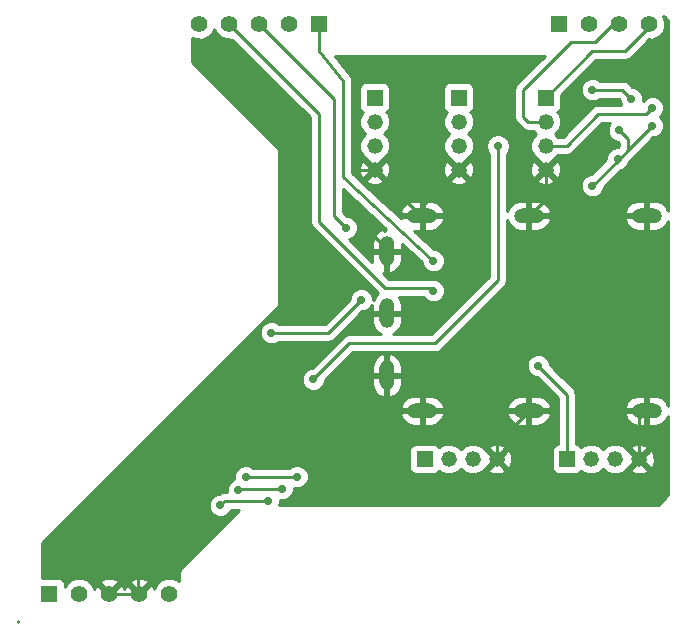
<source format=gbl>
G04 (created by PCBNEW (2013-05-16 BZR 4016)-stable) date 7/10/2013 01:08:46*
%MOIN*%
G04 Gerber Fmt 3.4, Leading zero omitted, Abs format*
%FSLAX34Y34*%
G01*
G70*
G90*
G04 APERTURE LIST*
%ADD10C,0.00590551*%
%ADD11R,0.055X0.055*%
%ADD12C,0.055*%
%ADD13O,0.05X0.1*%
%ADD14O,0.1X0.05*%
%ADD15C,0.052*%
%ADD16R,0.052X0.052*%
%ADD17C,0.028*%
%ADD18C,0.01*%
G04 APERTURE END LIST*
G54D10*
G54D11*
X90200Y-44800D03*
G54D12*
X89200Y-44800D03*
X88200Y-44800D03*
X87200Y-44800D03*
X86200Y-44800D03*
G54D11*
X98200Y-44800D03*
G54D12*
X99200Y-44800D03*
X100200Y-44800D03*
X101200Y-44800D03*
G54D11*
X81200Y-63800D03*
G54D12*
X82200Y-63800D03*
X83200Y-63800D03*
X84200Y-63800D03*
X85200Y-63800D03*
G54D13*
X92450Y-52380D03*
X92450Y-54450D03*
X92450Y-56520D03*
G54D14*
X93630Y-57700D03*
X97180Y-57700D03*
X101110Y-57700D03*
X93630Y-51200D03*
X97180Y-51200D03*
X101110Y-51200D03*
G54D15*
X92040Y-49660D03*
X92040Y-48860D03*
X92040Y-48060D03*
G54D16*
X92040Y-47260D03*
G54D15*
X100860Y-59310D03*
X100060Y-59310D03*
X99260Y-59310D03*
G54D16*
X98460Y-59310D03*
G54D15*
X97740Y-49660D03*
X97740Y-48860D03*
X97740Y-48060D03*
G54D16*
X97740Y-47260D03*
G54D15*
X96110Y-59310D03*
X95310Y-59310D03*
X94510Y-59310D03*
G54D16*
X93710Y-59310D03*
G54D15*
X94840Y-49660D03*
X94840Y-48860D03*
X94840Y-48060D03*
G54D16*
X94840Y-47260D03*
G54D17*
X100200Y-48350D03*
X100150Y-49300D03*
X99300Y-50200D03*
X101300Y-48200D03*
X88600Y-55100D03*
X91600Y-54000D03*
X96150Y-48875D03*
X90000Y-56650D03*
X89450Y-59900D03*
X87750Y-59900D03*
X101300Y-47600D03*
X94000Y-52700D03*
X97500Y-56200D03*
X91100Y-51600D03*
X94000Y-53700D03*
X99300Y-47000D03*
X100600Y-47300D03*
X91400Y-57700D03*
X99750Y-46250D03*
X91400Y-50800D03*
X91400Y-48200D03*
X84150Y-62000D03*
X88950Y-60300D03*
X87500Y-60350D03*
X88500Y-60700D03*
X86900Y-60850D03*
G54D18*
X100500Y-49000D02*
X100500Y-48650D01*
X100500Y-48650D02*
X100200Y-48350D01*
X100150Y-49300D02*
X100175Y-49325D01*
X101300Y-48200D02*
X100500Y-49000D01*
X100500Y-49000D02*
X100175Y-49325D01*
X100175Y-49325D02*
X99300Y-50200D01*
X90500Y-55100D02*
X88600Y-55100D01*
X91600Y-54000D02*
X90500Y-55100D01*
X96150Y-53350D02*
X96150Y-48875D01*
X94050Y-55450D02*
X96150Y-53350D01*
X91200Y-55450D02*
X94050Y-55450D01*
X90000Y-56650D02*
X91200Y-55450D01*
X89450Y-59900D02*
X87750Y-59900D01*
X98440Y-48860D02*
X97740Y-48860D01*
X99500Y-47800D02*
X98440Y-48860D01*
X101100Y-47800D02*
X99500Y-47800D01*
X101300Y-47600D02*
X101100Y-47800D01*
X97600Y-56300D02*
X97500Y-56200D01*
X90200Y-44800D02*
X90200Y-45700D01*
X91000Y-49900D02*
X94000Y-52700D01*
X91000Y-46700D02*
X91000Y-49900D01*
X90200Y-45700D02*
X91000Y-46700D01*
X98460Y-57160D02*
X98460Y-59310D01*
X97600Y-56300D02*
X98460Y-57160D01*
X90700Y-47300D02*
X88200Y-44800D01*
X90700Y-51200D02*
X90700Y-47300D01*
X91100Y-51600D02*
X90700Y-51200D01*
X90200Y-47800D02*
X87200Y-44800D01*
X90200Y-51400D02*
X90200Y-47800D01*
X92400Y-53600D02*
X90200Y-51400D01*
X93900Y-53600D02*
X92400Y-53600D01*
X94000Y-53700D02*
X93900Y-53600D01*
X100300Y-47000D02*
X99300Y-47000D01*
X100600Y-47300D02*
X100300Y-47000D01*
X101200Y-44800D02*
X101200Y-44900D01*
X99300Y-45700D02*
X97740Y-47260D01*
X100400Y-45700D02*
X99300Y-45700D01*
X101200Y-44900D02*
X100400Y-45700D01*
X100200Y-44800D02*
X100000Y-44800D01*
X97160Y-48060D02*
X97740Y-48060D01*
X97000Y-47900D02*
X97160Y-48060D01*
X97000Y-47000D02*
X97000Y-47900D01*
X98600Y-45400D02*
X97000Y-47000D01*
X99400Y-45400D02*
X98600Y-45400D01*
X100000Y-44800D02*
X99400Y-45400D01*
X92450Y-56520D02*
X92030Y-56520D01*
X91400Y-57150D02*
X91400Y-57700D01*
X92030Y-56520D02*
X91400Y-57150D01*
X101110Y-51200D02*
X101110Y-49740D01*
X101250Y-46250D02*
X99750Y-46250D01*
X101750Y-46750D02*
X101250Y-46250D01*
X101750Y-49100D02*
X101750Y-46750D01*
X101110Y-49740D02*
X101750Y-49100D01*
X91400Y-51250D02*
X91400Y-50800D01*
X91400Y-51250D02*
X92450Y-52300D01*
X92450Y-52380D02*
X92450Y-52300D01*
X91410Y-49660D02*
X92040Y-49660D01*
X91400Y-49650D02*
X91410Y-49660D01*
X91400Y-48200D02*
X91400Y-49650D01*
X93630Y-51200D02*
X93580Y-51200D01*
X93580Y-51200D02*
X92040Y-49660D01*
X93630Y-51200D02*
X93630Y-50870D01*
X93630Y-50870D02*
X94840Y-49660D01*
X101110Y-51200D02*
X97180Y-51200D01*
X97180Y-51200D02*
X97740Y-50640D01*
X97740Y-50640D02*
X97740Y-49660D01*
X100860Y-59310D02*
X100860Y-57950D01*
X100860Y-57950D02*
X101110Y-57700D01*
X96110Y-59310D02*
X96110Y-58770D01*
X96110Y-58770D02*
X97180Y-57700D01*
X84150Y-62000D02*
X84150Y-61150D01*
X84150Y-61150D02*
X87600Y-57700D01*
X87600Y-57700D02*
X91400Y-57700D01*
X91400Y-57700D02*
X97180Y-57700D01*
X83200Y-63800D02*
X84200Y-63800D01*
X84200Y-63800D02*
X84150Y-63750D01*
X84150Y-63750D02*
X84150Y-62000D01*
X87550Y-60300D02*
X88950Y-60300D01*
X87500Y-60350D02*
X87550Y-60300D01*
X87050Y-60700D02*
X88500Y-60700D01*
X86900Y-60850D02*
X87050Y-60700D01*
G54D10*
G36*
X80150Y-64700D02*
X80150Y-64750D01*
X80150Y-64700D01*
X80150Y-64700D01*
X80150Y-64700D01*
G37*
G54D18*
X80150Y-64700D02*
X80150Y-64750D01*
X80150Y-64700D01*
X80150Y-64700D01*
G54D10*
G36*
X101830Y-60488D02*
X101709Y-60609D01*
X101709Y-60609D01*
X101488Y-60830D01*
X101374Y-60830D01*
X101374Y-59382D01*
X101363Y-59179D01*
X101308Y-59046D01*
X101216Y-59023D01*
X101146Y-59094D01*
X101146Y-58953D01*
X101123Y-58861D01*
X101060Y-58839D01*
X101060Y-58200D01*
X101060Y-57750D01*
X101060Y-57650D01*
X101060Y-57200D01*
X101060Y-51700D01*
X101060Y-51250D01*
X101060Y-51150D01*
X101060Y-50700D01*
X100810Y-50700D01*
X100622Y-50757D01*
X100471Y-50881D01*
X100378Y-51054D01*
X100376Y-51072D01*
X100425Y-51150D01*
X101060Y-51150D01*
X101060Y-51250D01*
X100425Y-51250D01*
X100376Y-51327D01*
X100378Y-51345D01*
X100471Y-51518D01*
X100622Y-51642D01*
X100810Y-51700D01*
X101060Y-51700D01*
X101060Y-57200D01*
X100810Y-57200D01*
X100622Y-57257D01*
X100471Y-57381D01*
X100378Y-57554D01*
X100376Y-57572D01*
X100425Y-57650D01*
X101060Y-57650D01*
X101060Y-57750D01*
X100425Y-57750D01*
X100376Y-57827D01*
X100378Y-57845D01*
X100471Y-58018D01*
X100622Y-58142D01*
X100810Y-58200D01*
X101060Y-58200D01*
X101060Y-58839D01*
X100932Y-58795D01*
X100729Y-58806D01*
X100596Y-58861D01*
X100573Y-58953D01*
X100860Y-59239D01*
X101146Y-58953D01*
X101146Y-59094D01*
X100930Y-59310D01*
X101216Y-59596D01*
X101308Y-59573D01*
X101374Y-59382D01*
X101374Y-60830D01*
X101146Y-60830D01*
X101146Y-59666D01*
X100860Y-59380D01*
X100789Y-59451D01*
X100789Y-59310D01*
X100503Y-59023D01*
X100494Y-59025D01*
X100492Y-59021D01*
X100349Y-58877D01*
X100161Y-58800D01*
X99959Y-58799D01*
X99771Y-58877D01*
X99659Y-58988D01*
X99549Y-58877D01*
X99361Y-58800D01*
X99159Y-58799D01*
X98971Y-58877D01*
X98934Y-58914D01*
X98932Y-58908D01*
X98861Y-58838D01*
X98769Y-58800D01*
X98760Y-58800D01*
X98760Y-57160D01*
X98737Y-57045D01*
X98672Y-56947D01*
X98254Y-56530D01*
X98254Y-49732D01*
X98243Y-49529D01*
X98188Y-49396D01*
X98096Y-49373D01*
X97810Y-49660D01*
X98096Y-49946D01*
X98188Y-49923D01*
X98254Y-49732D01*
X98254Y-56530D01*
X98026Y-56301D01*
X98026Y-50016D01*
X97740Y-49730D01*
X97669Y-49801D01*
X97669Y-49660D01*
X97383Y-49373D01*
X97291Y-49396D01*
X97225Y-49587D01*
X97236Y-49790D01*
X97291Y-49923D01*
X97383Y-49946D01*
X97669Y-49660D01*
X97669Y-49801D01*
X97453Y-50016D01*
X97476Y-50108D01*
X97667Y-50174D01*
X97870Y-50163D01*
X98003Y-50108D01*
X98026Y-50016D01*
X98026Y-56301D01*
X97913Y-56189D01*
X97913Y-51327D01*
X97913Y-51072D01*
X97911Y-51054D01*
X97818Y-50881D01*
X97667Y-50757D01*
X97480Y-50700D01*
X97230Y-50700D01*
X97230Y-51150D01*
X97864Y-51150D01*
X97913Y-51072D01*
X97913Y-51327D01*
X97864Y-51250D01*
X97230Y-51250D01*
X97230Y-51700D01*
X97480Y-51700D01*
X97667Y-51642D01*
X97818Y-51518D01*
X97911Y-51345D01*
X97913Y-51327D01*
X97913Y-56189D01*
X97890Y-56165D01*
X97890Y-56122D01*
X97830Y-55979D01*
X97721Y-55869D01*
X97577Y-55810D01*
X97422Y-55809D01*
X97279Y-55869D01*
X97169Y-55978D01*
X97130Y-56074D01*
X97130Y-51700D01*
X97130Y-51250D01*
X97122Y-51250D01*
X97122Y-51150D01*
X97130Y-51150D01*
X97130Y-50700D01*
X96880Y-50700D01*
X96692Y-50757D01*
X96541Y-50881D01*
X96450Y-51052D01*
X96450Y-49126D01*
X96480Y-49096D01*
X96539Y-48952D01*
X96540Y-48797D01*
X96480Y-48654D01*
X96371Y-48544D01*
X96227Y-48485D01*
X96072Y-48484D01*
X95929Y-48544D01*
X95819Y-48653D01*
X95760Y-48797D01*
X95759Y-48952D01*
X95819Y-49095D01*
X95850Y-49126D01*
X95850Y-53225D01*
X95354Y-53720D01*
X95354Y-49732D01*
X95350Y-49647D01*
X95350Y-48759D01*
X95272Y-48571D01*
X95161Y-48459D01*
X95272Y-48349D01*
X95349Y-48161D01*
X95350Y-47959D01*
X95272Y-47771D01*
X95235Y-47734D01*
X95241Y-47732D01*
X95311Y-47661D01*
X95349Y-47569D01*
X95350Y-47470D01*
X95350Y-46950D01*
X95312Y-46858D01*
X95241Y-46788D01*
X95149Y-46750D01*
X95050Y-46749D01*
X94530Y-46749D01*
X94438Y-46787D01*
X94368Y-46858D01*
X94330Y-46950D01*
X94329Y-47049D01*
X94329Y-47569D01*
X94367Y-47661D01*
X94438Y-47731D01*
X94444Y-47734D01*
X94407Y-47770D01*
X94330Y-47958D01*
X94329Y-48161D01*
X94407Y-48348D01*
X94518Y-48460D01*
X94407Y-48570D01*
X94330Y-48758D01*
X94329Y-48961D01*
X94407Y-49148D01*
X94550Y-49292D01*
X94555Y-49294D01*
X94553Y-49303D01*
X94840Y-49589D01*
X95126Y-49303D01*
X95124Y-49294D01*
X95128Y-49292D01*
X95272Y-49149D01*
X95349Y-48961D01*
X95350Y-48759D01*
X95350Y-49647D01*
X95343Y-49529D01*
X95288Y-49396D01*
X95196Y-49373D01*
X94910Y-49660D01*
X95196Y-49946D01*
X95288Y-49923D01*
X95354Y-49732D01*
X95354Y-53720D01*
X95126Y-53949D01*
X95126Y-50016D01*
X94840Y-49730D01*
X94769Y-49801D01*
X94769Y-49660D01*
X94483Y-49373D01*
X94391Y-49396D01*
X94325Y-49587D01*
X94336Y-49790D01*
X94391Y-49923D01*
X94483Y-49946D01*
X94769Y-49660D01*
X94769Y-49801D01*
X94553Y-50016D01*
X94576Y-50108D01*
X94767Y-50174D01*
X94970Y-50163D01*
X95103Y-50108D01*
X95126Y-50016D01*
X95126Y-53949D01*
X93925Y-55150D01*
X92653Y-55150D01*
X92768Y-55088D01*
X92892Y-54937D01*
X92950Y-54750D01*
X92950Y-54500D01*
X92500Y-54500D01*
X92500Y-54507D01*
X92400Y-54507D01*
X92400Y-54500D01*
X91950Y-54500D01*
X91950Y-54750D01*
X92007Y-54937D01*
X92131Y-55088D01*
X92246Y-55150D01*
X91200Y-55150D01*
X91085Y-55172D01*
X90987Y-55237D01*
X89965Y-56259D01*
X89922Y-56259D01*
X89779Y-56319D01*
X89669Y-56428D01*
X89610Y-56572D01*
X89609Y-56727D01*
X89669Y-56870D01*
X89778Y-56980D01*
X89922Y-57039D01*
X90077Y-57040D01*
X90220Y-56980D01*
X90330Y-56871D01*
X90389Y-56727D01*
X90389Y-56684D01*
X91324Y-55750D01*
X94050Y-55750D01*
X94050Y-55749D01*
X94164Y-55727D01*
X94164Y-55727D01*
X94262Y-55662D01*
X96362Y-53562D01*
X96427Y-53464D01*
X96449Y-53350D01*
X96450Y-53350D01*
X96450Y-51347D01*
X96541Y-51518D01*
X96692Y-51642D01*
X96880Y-51700D01*
X97130Y-51700D01*
X97130Y-56074D01*
X97110Y-56122D01*
X97109Y-56277D01*
X97169Y-56420D01*
X97278Y-56530D01*
X97422Y-56589D01*
X97465Y-56589D01*
X98160Y-57284D01*
X98160Y-58799D01*
X98150Y-58799D01*
X98058Y-58837D01*
X97988Y-58908D01*
X97950Y-59000D01*
X97949Y-59099D01*
X97949Y-59619D01*
X97987Y-59711D01*
X98058Y-59781D01*
X98150Y-59819D01*
X98249Y-59820D01*
X98769Y-59820D01*
X98861Y-59782D01*
X98931Y-59711D01*
X98934Y-59705D01*
X98970Y-59742D01*
X99158Y-59819D01*
X99361Y-59820D01*
X99548Y-59742D01*
X99660Y-59631D01*
X99770Y-59742D01*
X99958Y-59819D01*
X100161Y-59820D01*
X100348Y-59742D01*
X100492Y-59599D01*
X100494Y-59594D01*
X100503Y-59596D01*
X100789Y-59310D01*
X100789Y-59451D01*
X100573Y-59666D01*
X100596Y-59758D01*
X100787Y-59824D01*
X100990Y-59813D01*
X101123Y-59758D01*
X101146Y-59666D01*
X101146Y-60830D01*
X97913Y-60830D01*
X97913Y-57827D01*
X97913Y-57572D01*
X97911Y-57554D01*
X97818Y-57381D01*
X97667Y-57257D01*
X97480Y-57200D01*
X97230Y-57200D01*
X97230Y-57650D01*
X97864Y-57650D01*
X97913Y-57572D01*
X97913Y-57827D01*
X97864Y-57750D01*
X97230Y-57750D01*
X97230Y-58200D01*
X97480Y-58200D01*
X97667Y-58142D01*
X97818Y-58018D01*
X97911Y-57845D01*
X97913Y-57827D01*
X97913Y-60830D01*
X97130Y-60830D01*
X97130Y-58200D01*
X97130Y-57750D01*
X97130Y-57650D01*
X97130Y-57200D01*
X96880Y-57200D01*
X96692Y-57257D01*
X96541Y-57381D01*
X96448Y-57554D01*
X96446Y-57572D01*
X96495Y-57650D01*
X97130Y-57650D01*
X97130Y-57750D01*
X96495Y-57750D01*
X96446Y-57827D01*
X96448Y-57845D01*
X96541Y-58018D01*
X96692Y-58142D01*
X96880Y-58200D01*
X97130Y-58200D01*
X97130Y-60830D01*
X96624Y-60830D01*
X96624Y-59382D01*
X96613Y-59179D01*
X96558Y-59046D01*
X96466Y-59023D01*
X96396Y-59094D01*
X96396Y-58953D01*
X96373Y-58861D01*
X96182Y-58795D01*
X95979Y-58806D01*
X95846Y-58861D01*
X95823Y-58953D01*
X96110Y-59239D01*
X96396Y-58953D01*
X96396Y-59094D01*
X96180Y-59310D01*
X96466Y-59596D01*
X96558Y-59573D01*
X96624Y-59382D01*
X96624Y-60830D01*
X96396Y-60830D01*
X96396Y-59666D01*
X96110Y-59380D01*
X96039Y-59451D01*
X96039Y-59310D01*
X95753Y-59023D01*
X95744Y-59025D01*
X95742Y-59021D01*
X95599Y-58877D01*
X95411Y-58800D01*
X95209Y-58799D01*
X95021Y-58877D01*
X94909Y-58988D01*
X94799Y-58877D01*
X94611Y-58800D01*
X94409Y-58799D01*
X94363Y-58818D01*
X94363Y-57827D01*
X94363Y-57572D01*
X94361Y-57554D01*
X94268Y-57381D01*
X94117Y-57257D01*
X93930Y-57200D01*
X93680Y-57200D01*
X93680Y-57650D01*
X94314Y-57650D01*
X94363Y-57572D01*
X94363Y-57827D01*
X94314Y-57750D01*
X93680Y-57750D01*
X93680Y-58200D01*
X93930Y-58200D01*
X94117Y-58142D01*
X94268Y-58018D01*
X94361Y-57845D01*
X94363Y-57827D01*
X94363Y-58818D01*
X94221Y-58877D01*
X94184Y-58914D01*
X94182Y-58908D01*
X94111Y-58838D01*
X94019Y-58800D01*
X93920Y-58799D01*
X93580Y-58799D01*
X93580Y-58200D01*
X93580Y-57750D01*
X93580Y-57650D01*
X93580Y-57200D01*
X93330Y-57200D01*
X93142Y-57257D01*
X92991Y-57381D01*
X92950Y-57458D01*
X92950Y-56820D01*
X92950Y-56570D01*
X92950Y-56470D01*
X92950Y-56220D01*
X92892Y-56032D01*
X92768Y-55881D01*
X92595Y-55788D01*
X92577Y-55786D01*
X92500Y-55835D01*
X92500Y-56470D01*
X92950Y-56470D01*
X92950Y-56570D01*
X92500Y-56570D01*
X92500Y-57204D01*
X92577Y-57253D01*
X92595Y-57251D01*
X92768Y-57158D01*
X92892Y-57007D01*
X92950Y-56820D01*
X92950Y-57458D01*
X92898Y-57554D01*
X92896Y-57572D01*
X92945Y-57650D01*
X93580Y-57650D01*
X93580Y-57750D01*
X92945Y-57750D01*
X92896Y-57827D01*
X92898Y-57845D01*
X92991Y-58018D01*
X93142Y-58142D01*
X93330Y-58200D01*
X93580Y-58200D01*
X93580Y-58799D01*
X93400Y-58799D01*
X93308Y-58837D01*
X93238Y-58908D01*
X93200Y-59000D01*
X93199Y-59099D01*
X93199Y-59619D01*
X93237Y-59711D01*
X93308Y-59781D01*
X93400Y-59819D01*
X93499Y-59820D01*
X94019Y-59820D01*
X94111Y-59782D01*
X94181Y-59711D01*
X94184Y-59705D01*
X94220Y-59742D01*
X94408Y-59819D01*
X94611Y-59820D01*
X94798Y-59742D01*
X94910Y-59631D01*
X95020Y-59742D01*
X95208Y-59819D01*
X95411Y-59820D01*
X95598Y-59742D01*
X95742Y-59599D01*
X95744Y-59594D01*
X95753Y-59596D01*
X96039Y-59310D01*
X96039Y-59451D01*
X95823Y-59666D01*
X95846Y-59758D01*
X96037Y-59824D01*
X96240Y-59813D01*
X96373Y-59758D01*
X96396Y-59666D01*
X96396Y-60830D01*
X92400Y-60830D01*
X92400Y-57204D01*
X92400Y-56570D01*
X92400Y-56470D01*
X92400Y-55835D01*
X92322Y-55786D01*
X92304Y-55788D01*
X92131Y-55881D01*
X92007Y-56032D01*
X91950Y-56220D01*
X91950Y-56470D01*
X92400Y-56470D01*
X92400Y-56570D01*
X91950Y-56570D01*
X91950Y-56820D01*
X92007Y-57007D01*
X92131Y-57158D01*
X92304Y-57251D01*
X92322Y-57253D01*
X92400Y-57204D01*
X92400Y-60830D01*
X90600Y-60830D01*
X88868Y-60830D01*
X88889Y-60777D01*
X88890Y-60689D01*
X89027Y-60690D01*
X89170Y-60630D01*
X89280Y-60521D01*
X89339Y-60377D01*
X89340Y-60276D01*
X89372Y-60289D01*
X89527Y-60290D01*
X89670Y-60230D01*
X89780Y-60121D01*
X89839Y-59977D01*
X89840Y-59822D01*
X89780Y-59679D01*
X89671Y-59569D01*
X89527Y-59510D01*
X89372Y-59509D01*
X89229Y-59569D01*
X89198Y-59600D01*
X88001Y-59600D01*
X87971Y-59569D01*
X87827Y-59510D01*
X87672Y-59509D01*
X87529Y-59569D01*
X87419Y-59678D01*
X87360Y-59822D01*
X87359Y-59977D01*
X87362Y-59984D01*
X87279Y-60019D01*
X87169Y-60128D01*
X87110Y-60272D01*
X87109Y-60400D01*
X87050Y-60400D01*
X86935Y-60422D01*
X86879Y-60459D01*
X86822Y-60459D01*
X86679Y-60519D01*
X86569Y-60628D01*
X86510Y-60772D01*
X86509Y-60927D01*
X86569Y-61070D01*
X86678Y-61180D01*
X86822Y-61239D01*
X86977Y-61240D01*
X87120Y-61180D01*
X87230Y-61071D01*
X87260Y-61000D01*
X87518Y-61000D01*
X85609Y-62909D01*
X85550Y-62996D01*
X85530Y-63100D01*
X85530Y-63387D01*
X85497Y-63355D01*
X85304Y-63275D01*
X85096Y-63274D01*
X84903Y-63354D01*
X84755Y-63502D01*
X84702Y-63628D01*
X84660Y-63527D01*
X84567Y-63502D01*
X84497Y-63573D01*
X84497Y-63432D01*
X84472Y-63339D01*
X84275Y-63270D01*
X84067Y-63281D01*
X83927Y-63339D01*
X83902Y-63432D01*
X84200Y-63729D01*
X84497Y-63432D01*
X84497Y-63573D01*
X84270Y-63800D01*
X84276Y-63805D01*
X84205Y-63876D01*
X84200Y-63870D01*
X84194Y-63876D01*
X84129Y-63811D01*
X84123Y-63805D01*
X84129Y-63800D01*
X83832Y-63502D01*
X83739Y-63527D01*
X83703Y-63630D01*
X83660Y-63527D01*
X83567Y-63502D01*
X83497Y-63573D01*
X83497Y-63432D01*
X83472Y-63339D01*
X83275Y-63270D01*
X83067Y-63281D01*
X82927Y-63339D01*
X82902Y-63432D01*
X83200Y-63729D01*
X83497Y-63432D01*
X83497Y-63573D01*
X83270Y-63800D01*
X83276Y-63805D01*
X83205Y-63876D01*
X83200Y-63870D01*
X83194Y-63876D01*
X83123Y-63805D01*
X83129Y-63800D01*
X82832Y-63502D01*
X82739Y-63527D01*
X82700Y-63637D01*
X82645Y-63503D01*
X82497Y-63355D01*
X82304Y-63275D01*
X82096Y-63274D01*
X81903Y-63354D01*
X81755Y-63502D01*
X81725Y-63574D01*
X81725Y-63475D01*
X81687Y-63383D01*
X81616Y-63313D01*
X81524Y-63275D01*
X81425Y-63274D01*
X80969Y-63274D01*
X80969Y-62111D01*
X88790Y-54290D01*
X88849Y-54203D01*
X88869Y-54100D01*
X88869Y-49100D01*
X88849Y-48996D01*
X88790Y-48909D01*
X85969Y-46088D01*
X85969Y-45272D01*
X86095Y-45324D01*
X86303Y-45325D01*
X86497Y-45245D01*
X86644Y-45097D01*
X86700Y-44964D01*
X86754Y-45097D01*
X86902Y-45244D01*
X87095Y-45324D01*
X87300Y-45325D01*
X89900Y-47924D01*
X89900Y-51400D01*
X89922Y-51514D01*
X89987Y-51612D01*
X92167Y-53791D01*
X92131Y-53811D01*
X92007Y-53962D01*
X91989Y-54018D01*
X91990Y-53922D01*
X91930Y-53779D01*
X91821Y-53669D01*
X91677Y-53610D01*
X91522Y-53609D01*
X91379Y-53669D01*
X91269Y-53778D01*
X91210Y-53922D01*
X91210Y-53965D01*
X90375Y-54800D01*
X88851Y-54800D01*
X88821Y-54769D01*
X88677Y-54710D01*
X88522Y-54709D01*
X88379Y-54769D01*
X88269Y-54878D01*
X88210Y-55022D01*
X88209Y-55177D01*
X88269Y-55320D01*
X88378Y-55430D01*
X88522Y-55489D01*
X88677Y-55490D01*
X88820Y-55430D01*
X88851Y-55400D01*
X90500Y-55400D01*
X90500Y-55399D01*
X90614Y-55377D01*
X90614Y-55377D01*
X90712Y-55312D01*
X91634Y-54390D01*
X91677Y-54390D01*
X91820Y-54330D01*
X91930Y-54221D01*
X91950Y-54174D01*
X91950Y-54400D01*
X92400Y-54400D01*
X92400Y-54392D01*
X92500Y-54392D01*
X92500Y-54400D01*
X92950Y-54400D01*
X92950Y-54150D01*
X92892Y-53962D01*
X92841Y-53900D01*
X93660Y-53900D01*
X93669Y-53920D01*
X93778Y-54030D01*
X93922Y-54089D01*
X94077Y-54090D01*
X94220Y-54030D01*
X94330Y-53921D01*
X94389Y-53777D01*
X94390Y-53622D01*
X94330Y-53479D01*
X94221Y-53369D01*
X94077Y-53310D01*
X93950Y-53309D01*
X93900Y-53300D01*
X92950Y-53300D01*
X92950Y-52680D01*
X92950Y-52430D01*
X92500Y-52430D01*
X92500Y-53064D01*
X92577Y-53113D01*
X92595Y-53111D01*
X92768Y-53018D01*
X92892Y-52867D01*
X92950Y-52680D01*
X92950Y-53300D01*
X92524Y-53300D01*
X92331Y-53107D01*
X92400Y-53064D01*
X92400Y-52430D01*
X91950Y-52430D01*
X91950Y-52680D01*
X91970Y-52745D01*
X91203Y-51979D01*
X91320Y-51930D01*
X91430Y-51821D01*
X91489Y-51677D01*
X91490Y-51522D01*
X91430Y-51379D01*
X91321Y-51269D01*
X91177Y-51210D01*
X91134Y-51210D01*
X91000Y-51075D01*
X91000Y-50310D01*
X92415Y-51630D01*
X92399Y-51630D01*
X92399Y-51695D01*
X92322Y-51646D01*
X92304Y-51648D01*
X92131Y-51741D01*
X92007Y-51892D01*
X91950Y-52080D01*
X91950Y-52330D01*
X92400Y-52330D01*
X92400Y-52322D01*
X92500Y-52322D01*
X92500Y-52330D01*
X92950Y-52330D01*
X92950Y-52128D01*
X93609Y-52744D01*
X93609Y-52777D01*
X93669Y-52920D01*
X93778Y-53030D01*
X93922Y-53089D01*
X94077Y-53090D01*
X94220Y-53030D01*
X94330Y-52921D01*
X94389Y-52777D01*
X94390Y-52622D01*
X94363Y-52558D01*
X94363Y-51327D01*
X94363Y-51072D01*
X94361Y-51054D01*
X94268Y-50881D01*
X94117Y-50757D01*
X93930Y-50700D01*
X93680Y-50700D01*
X93680Y-51150D01*
X94314Y-51150D01*
X94363Y-51072D01*
X94363Y-51327D01*
X94314Y-51250D01*
X93680Y-51250D01*
X93680Y-51700D01*
X93930Y-51700D01*
X94117Y-51642D01*
X94268Y-51518D01*
X94361Y-51345D01*
X94363Y-51327D01*
X94363Y-52558D01*
X94330Y-52479D01*
X94221Y-52369D01*
X94077Y-52310D01*
X94024Y-52310D01*
X93370Y-51700D01*
X93580Y-51700D01*
X93580Y-51250D01*
X93580Y-51150D01*
X93580Y-50700D01*
X93330Y-50700D01*
X93142Y-50757D01*
X92991Y-50881D01*
X92898Y-51054D01*
X92896Y-51072D01*
X92945Y-51150D01*
X93580Y-51150D01*
X93580Y-51250D01*
X92945Y-51250D01*
X92923Y-51283D01*
X92554Y-50939D01*
X92554Y-49732D01*
X92550Y-49647D01*
X92550Y-48759D01*
X92472Y-48571D01*
X92361Y-48459D01*
X92472Y-48349D01*
X92549Y-48161D01*
X92550Y-47959D01*
X92472Y-47771D01*
X92435Y-47734D01*
X92441Y-47732D01*
X92511Y-47661D01*
X92549Y-47569D01*
X92550Y-47470D01*
X92550Y-46950D01*
X92512Y-46858D01*
X92441Y-46788D01*
X92349Y-46750D01*
X92250Y-46749D01*
X91730Y-46749D01*
X91638Y-46787D01*
X91568Y-46858D01*
X91530Y-46950D01*
X91529Y-47049D01*
X91529Y-47569D01*
X91567Y-47661D01*
X91638Y-47731D01*
X91644Y-47734D01*
X91607Y-47770D01*
X91530Y-47958D01*
X91529Y-48161D01*
X91607Y-48348D01*
X91718Y-48460D01*
X91607Y-48570D01*
X91530Y-48758D01*
X91529Y-48961D01*
X91607Y-49148D01*
X91750Y-49292D01*
X91755Y-49294D01*
X91753Y-49303D01*
X92040Y-49589D01*
X92326Y-49303D01*
X92324Y-49294D01*
X92328Y-49292D01*
X92472Y-49149D01*
X92549Y-48961D01*
X92550Y-48759D01*
X92550Y-49647D01*
X92543Y-49529D01*
X92488Y-49396D01*
X92396Y-49373D01*
X92110Y-49660D01*
X92396Y-49946D01*
X92488Y-49923D01*
X92554Y-49732D01*
X92554Y-50939D01*
X92326Y-50726D01*
X92326Y-50016D01*
X92040Y-49730D01*
X91969Y-49801D01*
X91969Y-49660D01*
X91683Y-49373D01*
X91591Y-49396D01*
X91525Y-49587D01*
X91536Y-49790D01*
X91591Y-49923D01*
X91683Y-49946D01*
X91969Y-49660D01*
X91969Y-49801D01*
X91753Y-50016D01*
X91776Y-50108D01*
X91967Y-50174D01*
X92170Y-50163D01*
X92303Y-50108D01*
X92326Y-50016D01*
X92326Y-50726D01*
X91300Y-49769D01*
X91300Y-46700D01*
X91293Y-46665D01*
X91288Y-46615D01*
X91279Y-46598D01*
X91277Y-46585D01*
X91258Y-46556D01*
X91234Y-46511D01*
X90720Y-45869D01*
X97700Y-45869D01*
X97707Y-45868D01*
X96787Y-46787D01*
X96722Y-46885D01*
X96700Y-47000D01*
X96700Y-47900D01*
X96722Y-48014D01*
X96787Y-48112D01*
X96947Y-48272D01*
X96947Y-48272D01*
X97045Y-48337D01*
X97160Y-48360D01*
X97318Y-48360D01*
X97418Y-48460D01*
X97307Y-48570D01*
X97230Y-48758D01*
X97229Y-48961D01*
X97307Y-49148D01*
X97450Y-49292D01*
X97455Y-49294D01*
X97453Y-49303D01*
X97740Y-49589D01*
X98026Y-49303D01*
X98024Y-49294D01*
X98028Y-49292D01*
X98161Y-49160D01*
X98440Y-49160D01*
X98440Y-49159D01*
X98554Y-49137D01*
X98554Y-49137D01*
X98652Y-49072D01*
X99624Y-48100D01*
X99898Y-48100D01*
X99869Y-48128D01*
X99810Y-48272D01*
X99809Y-48427D01*
X99869Y-48570D01*
X99978Y-48680D01*
X100122Y-48739D01*
X100165Y-48739D01*
X100200Y-48774D01*
X100200Y-48875D01*
X100165Y-48910D01*
X100072Y-48909D01*
X99929Y-48969D01*
X99819Y-49078D01*
X99760Y-49222D01*
X99759Y-49315D01*
X99265Y-49809D01*
X99222Y-49809D01*
X99079Y-49869D01*
X98969Y-49978D01*
X98910Y-50122D01*
X98909Y-50277D01*
X98969Y-50420D01*
X99078Y-50530D01*
X99222Y-50589D01*
X99377Y-50590D01*
X99520Y-50530D01*
X99630Y-50421D01*
X99689Y-50277D01*
X99689Y-50234D01*
X100239Y-49685D01*
X100370Y-49630D01*
X100480Y-49521D01*
X100535Y-49388D01*
X100712Y-49212D01*
X100712Y-49212D01*
X100712Y-49212D01*
X101334Y-48590D01*
X101377Y-48590D01*
X101520Y-48530D01*
X101630Y-48421D01*
X101689Y-48277D01*
X101690Y-48122D01*
X101630Y-47979D01*
X101551Y-47899D01*
X101630Y-47821D01*
X101689Y-47677D01*
X101690Y-47522D01*
X101630Y-47379D01*
X101521Y-47269D01*
X101377Y-47210D01*
X101222Y-47209D01*
X101079Y-47269D01*
X100989Y-47358D01*
X100990Y-47222D01*
X100930Y-47079D01*
X100821Y-46969D01*
X100677Y-46910D01*
X100634Y-46910D01*
X100512Y-46787D01*
X100414Y-46722D01*
X100300Y-46700D01*
X99551Y-46700D01*
X99521Y-46669D01*
X99377Y-46610D01*
X99222Y-46609D01*
X99079Y-46669D01*
X98969Y-46778D01*
X98910Y-46922D01*
X98909Y-47077D01*
X98969Y-47220D01*
X99078Y-47330D01*
X99222Y-47389D01*
X99377Y-47390D01*
X99520Y-47330D01*
X99551Y-47300D01*
X100175Y-47300D01*
X100209Y-47334D01*
X100209Y-47377D01*
X100260Y-47500D01*
X99500Y-47500D01*
X99385Y-47522D01*
X99287Y-47587D01*
X98315Y-48560D01*
X98161Y-48560D01*
X98061Y-48459D01*
X98172Y-48349D01*
X98249Y-48161D01*
X98250Y-47959D01*
X98172Y-47771D01*
X98135Y-47734D01*
X98141Y-47732D01*
X98211Y-47661D01*
X98249Y-47569D01*
X98250Y-47470D01*
X98250Y-47174D01*
X99424Y-46000D01*
X100400Y-46000D01*
X100400Y-45999D01*
X100514Y-45977D01*
X100514Y-45977D01*
X100612Y-45912D01*
X101199Y-45324D01*
X101303Y-45325D01*
X101497Y-45245D01*
X101644Y-45097D01*
X101724Y-44904D01*
X101725Y-44696D01*
X101662Y-44543D01*
X101709Y-44590D01*
X101830Y-44711D01*
X101830Y-51034D01*
X101748Y-50881D01*
X101597Y-50757D01*
X101410Y-50700D01*
X101160Y-50700D01*
X101160Y-51150D01*
X101167Y-51150D01*
X101167Y-51250D01*
X101160Y-51250D01*
X101160Y-51700D01*
X101410Y-51700D01*
X101597Y-51642D01*
X101748Y-51518D01*
X101830Y-51365D01*
X101830Y-57534D01*
X101748Y-57381D01*
X101597Y-57257D01*
X101410Y-57200D01*
X101160Y-57200D01*
X101160Y-57650D01*
X101167Y-57650D01*
X101167Y-57750D01*
X101160Y-57750D01*
X101160Y-58200D01*
X101410Y-58200D01*
X101597Y-58142D01*
X101748Y-58018D01*
X101830Y-57865D01*
X101830Y-60488D01*
X101830Y-60488D01*
G37*
G54D18*
X101830Y-60488D02*
X101709Y-60609D01*
X101709Y-60609D01*
X101488Y-60830D01*
X101374Y-60830D01*
X101374Y-59382D01*
X101363Y-59179D01*
X101308Y-59046D01*
X101216Y-59023D01*
X101146Y-59094D01*
X101146Y-58953D01*
X101123Y-58861D01*
X101060Y-58839D01*
X101060Y-58200D01*
X101060Y-57750D01*
X101060Y-57650D01*
X101060Y-57200D01*
X101060Y-51700D01*
X101060Y-51250D01*
X101060Y-51150D01*
X101060Y-50700D01*
X100810Y-50700D01*
X100622Y-50757D01*
X100471Y-50881D01*
X100378Y-51054D01*
X100376Y-51072D01*
X100425Y-51150D01*
X101060Y-51150D01*
X101060Y-51250D01*
X100425Y-51250D01*
X100376Y-51327D01*
X100378Y-51345D01*
X100471Y-51518D01*
X100622Y-51642D01*
X100810Y-51700D01*
X101060Y-51700D01*
X101060Y-57200D01*
X100810Y-57200D01*
X100622Y-57257D01*
X100471Y-57381D01*
X100378Y-57554D01*
X100376Y-57572D01*
X100425Y-57650D01*
X101060Y-57650D01*
X101060Y-57750D01*
X100425Y-57750D01*
X100376Y-57827D01*
X100378Y-57845D01*
X100471Y-58018D01*
X100622Y-58142D01*
X100810Y-58200D01*
X101060Y-58200D01*
X101060Y-58839D01*
X100932Y-58795D01*
X100729Y-58806D01*
X100596Y-58861D01*
X100573Y-58953D01*
X100860Y-59239D01*
X101146Y-58953D01*
X101146Y-59094D01*
X100930Y-59310D01*
X101216Y-59596D01*
X101308Y-59573D01*
X101374Y-59382D01*
X101374Y-60830D01*
X101146Y-60830D01*
X101146Y-59666D01*
X100860Y-59380D01*
X100789Y-59451D01*
X100789Y-59310D01*
X100503Y-59023D01*
X100494Y-59025D01*
X100492Y-59021D01*
X100349Y-58877D01*
X100161Y-58800D01*
X99959Y-58799D01*
X99771Y-58877D01*
X99659Y-58988D01*
X99549Y-58877D01*
X99361Y-58800D01*
X99159Y-58799D01*
X98971Y-58877D01*
X98934Y-58914D01*
X98932Y-58908D01*
X98861Y-58838D01*
X98769Y-58800D01*
X98760Y-58800D01*
X98760Y-57160D01*
X98737Y-57045D01*
X98672Y-56947D01*
X98254Y-56530D01*
X98254Y-49732D01*
X98243Y-49529D01*
X98188Y-49396D01*
X98096Y-49373D01*
X97810Y-49660D01*
X98096Y-49946D01*
X98188Y-49923D01*
X98254Y-49732D01*
X98254Y-56530D01*
X98026Y-56301D01*
X98026Y-50016D01*
X97740Y-49730D01*
X97669Y-49801D01*
X97669Y-49660D01*
X97383Y-49373D01*
X97291Y-49396D01*
X97225Y-49587D01*
X97236Y-49790D01*
X97291Y-49923D01*
X97383Y-49946D01*
X97669Y-49660D01*
X97669Y-49801D01*
X97453Y-50016D01*
X97476Y-50108D01*
X97667Y-50174D01*
X97870Y-50163D01*
X98003Y-50108D01*
X98026Y-50016D01*
X98026Y-56301D01*
X97913Y-56189D01*
X97913Y-51327D01*
X97913Y-51072D01*
X97911Y-51054D01*
X97818Y-50881D01*
X97667Y-50757D01*
X97480Y-50700D01*
X97230Y-50700D01*
X97230Y-51150D01*
X97864Y-51150D01*
X97913Y-51072D01*
X97913Y-51327D01*
X97864Y-51250D01*
X97230Y-51250D01*
X97230Y-51700D01*
X97480Y-51700D01*
X97667Y-51642D01*
X97818Y-51518D01*
X97911Y-51345D01*
X97913Y-51327D01*
X97913Y-56189D01*
X97890Y-56165D01*
X97890Y-56122D01*
X97830Y-55979D01*
X97721Y-55869D01*
X97577Y-55810D01*
X97422Y-55809D01*
X97279Y-55869D01*
X97169Y-55978D01*
X97130Y-56074D01*
X97130Y-51700D01*
X97130Y-51250D01*
X97122Y-51250D01*
X97122Y-51150D01*
X97130Y-51150D01*
X97130Y-50700D01*
X96880Y-50700D01*
X96692Y-50757D01*
X96541Y-50881D01*
X96450Y-51052D01*
X96450Y-49126D01*
X96480Y-49096D01*
X96539Y-48952D01*
X96540Y-48797D01*
X96480Y-48654D01*
X96371Y-48544D01*
X96227Y-48485D01*
X96072Y-48484D01*
X95929Y-48544D01*
X95819Y-48653D01*
X95760Y-48797D01*
X95759Y-48952D01*
X95819Y-49095D01*
X95850Y-49126D01*
X95850Y-53225D01*
X95354Y-53720D01*
X95354Y-49732D01*
X95350Y-49647D01*
X95350Y-48759D01*
X95272Y-48571D01*
X95161Y-48459D01*
X95272Y-48349D01*
X95349Y-48161D01*
X95350Y-47959D01*
X95272Y-47771D01*
X95235Y-47734D01*
X95241Y-47732D01*
X95311Y-47661D01*
X95349Y-47569D01*
X95350Y-47470D01*
X95350Y-46950D01*
X95312Y-46858D01*
X95241Y-46788D01*
X95149Y-46750D01*
X95050Y-46749D01*
X94530Y-46749D01*
X94438Y-46787D01*
X94368Y-46858D01*
X94330Y-46950D01*
X94329Y-47049D01*
X94329Y-47569D01*
X94367Y-47661D01*
X94438Y-47731D01*
X94444Y-47734D01*
X94407Y-47770D01*
X94330Y-47958D01*
X94329Y-48161D01*
X94407Y-48348D01*
X94518Y-48460D01*
X94407Y-48570D01*
X94330Y-48758D01*
X94329Y-48961D01*
X94407Y-49148D01*
X94550Y-49292D01*
X94555Y-49294D01*
X94553Y-49303D01*
X94840Y-49589D01*
X95126Y-49303D01*
X95124Y-49294D01*
X95128Y-49292D01*
X95272Y-49149D01*
X95349Y-48961D01*
X95350Y-48759D01*
X95350Y-49647D01*
X95343Y-49529D01*
X95288Y-49396D01*
X95196Y-49373D01*
X94910Y-49660D01*
X95196Y-49946D01*
X95288Y-49923D01*
X95354Y-49732D01*
X95354Y-53720D01*
X95126Y-53949D01*
X95126Y-50016D01*
X94840Y-49730D01*
X94769Y-49801D01*
X94769Y-49660D01*
X94483Y-49373D01*
X94391Y-49396D01*
X94325Y-49587D01*
X94336Y-49790D01*
X94391Y-49923D01*
X94483Y-49946D01*
X94769Y-49660D01*
X94769Y-49801D01*
X94553Y-50016D01*
X94576Y-50108D01*
X94767Y-50174D01*
X94970Y-50163D01*
X95103Y-50108D01*
X95126Y-50016D01*
X95126Y-53949D01*
X93925Y-55150D01*
X92653Y-55150D01*
X92768Y-55088D01*
X92892Y-54937D01*
X92950Y-54750D01*
X92950Y-54500D01*
X92500Y-54500D01*
X92500Y-54507D01*
X92400Y-54507D01*
X92400Y-54500D01*
X91950Y-54500D01*
X91950Y-54750D01*
X92007Y-54937D01*
X92131Y-55088D01*
X92246Y-55150D01*
X91200Y-55150D01*
X91085Y-55172D01*
X90987Y-55237D01*
X89965Y-56259D01*
X89922Y-56259D01*
X89779Y-56319D01*
X89669Y-56428D01*
X89610Y-56572D01*
X89609Y-56727D01*
X89669Y-56870D01*
X89778Y-56980D01*
X89922Y-57039D01*
X90077Y-57040D01*
X90220Y-56980D01*
X90330Y-56871D01*
X90389Y-56727D01*
X90389Y-56684D01*
X91324Y-55750D01*
X94050Y-55750D01*
X94050Y-55749D01*
X94164Y-55727D01*
X94164Y-55727D01*
X94262Y-55662D01*
X96362Y-53562D01*
X96427Y-53464D01*
X96449Y-53350D01*
X96450Y-53350D01*
X96450Y-51347D01*
X96541Y-51518D01*
X96692Y-51642D01*
X96880Y-51700D01*
X97130Y-51700D01*
X97130Y-56074D01*
X97110Y-56122D01*
X97109Y-56277D01*
X97169Y-56420D01*
X97278Y-56530D01*
X97422Y-56589D01*
X97465Y-56589D01*
X98160Y-57284D01*
X98160Y-58799D01*
X98150Y-58799D01*
X98058Y-58837D01*
X97988Y-58908D01*
X97950Y-59000D01*
X97949Y-59099D01*
X97949Y-59619D01*
X97987Y-59711D01*
X98058Y-59781D01*
X98150Y-59819D01*
X98249Y-59820D01*
X98769Y-59820D01*
X98861Y-59782D01*
X98931Y-59711D01*
X98934Y-59705D01*
X98970Y-59742D01*
X99158Y-59819D01*
X99361Y-59820D01*
X99548Y-59742D01*
X99660Y-59631D01*
X99770Y-59742D01*
X99958Y-59819D01*
X100161Y-59820D01*
X100348Y-59742D01*
X100492Y-59599D01*
X100494Y-59594D01*
X100503Y-59596D01*
X100789Y-59310D01*
X100789Y-59451D01*
X100573Y-59666D01*
X100596Y-59758D01*
X100787Y-59824D01*
X100990Y-59813D01*
X101123Y-59758D01*
X101146Y-59666D01*
X101146Y-60830D01*
X97913Y-60830D01*
X97913Y-57827D01*
X97913Y-57572D01*
X97911Y-57554D01*
X97818Y-57381D01*
X97667Y-57257D01*
X97480Y-57200D01*
X97230Y-57200D01*
X97230Y-57650D01*
X97864Y-57650D01*
X97913Y-57572D01*
X97913Y-57827D01*
X97864Y-57750D01*
X97230Y-57750D01*
X97230Y-58200D01*
X97480Y-58200D01*
X97667Y-58142D01*
X97818Y-58018D01*
X97911Y-57845D01*
X97913Y-57827D01*
X97913Y-60830D01*
X97130Y-60830D01*
X97130Y-58200D01*
X97130Y-57750D01*
X97130Y-57650D01*
X97130Y-57200D01*
X96880Y-57200D01*
X96692Y-57257D01*
X96541Y-57381D01*
X96448Y-57554D01*
X96446Y-57572D01*
X96495Y-57650D01*
X97130Y-57650D01*
X97130Y-57750D01*
X96495Y-57750D01*
X96446Y-57827D01*
X96448Y-57845D01*
X96541Y-58018D01*
X96692Y-58142D01*
X96880Y-58200D01*
X97130Y-58200D01*
X97130Y-60830D01*
X96624Y-60830D01*
X96624Y-59382D01*
X96613Y-59179D01*
X96558Y-59046D01*
X96466Y-59023D01*
X96396Y-59094D01*
X96396Y-58953D01*
X96373Y-58861D01*
X96182Y-58795D01*
X95979Y-58806D01*
X95846Y-58861D01*
X95823Y-58953D01*
X96110Y-59239D01*
X96396Y-58953D01*
X96396Y-59094D01*
X96180Y-59310D01*
X96466Y-59596D01*
X96558Y-59573D01*
X96624Y-59382D01*
X96624Y-60830D01*
X96396Y-60830D01*
X96396Y-59666D01*
X96110Y-59380D01*
X96039Y-59451D01*
X96039Y-59310D01*
X95753Y-59023D01*
X95744Y-59025D01*
X95742Y-59021D01*
X95599Y-58877D01*
X95411Y-58800D01*
X95209Y-58799D01*
X95021Y-58877D01*
X94909Y-58988D01*
X94799Y-58877D01*
X94611Y-58800D01*
X94409Y-58799D01*
X94363Y-58818D01*
X94363Y-57827D01*
X94363Y-57572D01*
X94361Y-57554D01*
X94268Y-57381D01*
X94117Y-57257D01*
X93930Y-57200D01*
X93680Y-57200D01*
X93680Y-57650D01*
X94314Y-57650D01*
X94363Y-57572D01*
X94363Y-57827D01*
X94314Y-57750D01*
X93680Y-57750D01*
X93680Y-58200D01*
X93930Y-58200D01*
X94117Y-58142D01*
X94268Y-58018D01*
X94361Y-57845D01*
X94363Y-57827D01*
X94363Y-58818D01*
X94221Y-58877D01*
X94184Y-58914D01*
X94182Y-58908D01*
X94111Y-58838D01*
X94019Y-58800D01*
X93920Y-58799D01*
X93580Y-58799D01*
X93580Y-58200D01*
X93580Y-57750D01*
X93580Y-57650D01*
X93580Y-57200D01*
X93330Y-57200D01*
X93142Y-57257D01*
X92991Y-57381D01*
X92950Y-57458D01*
X92950Y-56820D01*
X92950Y-56570D01*
X92950Y-56470D01*
X92950Y-56220D01*
X92892Y-56032D01*
X92768Y-55881D01*
X92595Y-55788D01*
X92577Y-55786D01*
X92500Y-55835D01*
X92500Y-56470D01*
X92950Y-56470D01*
X92950Y-56570D01*
X92500Y-56570D01*
X92500Y-57204D01*
X92577Y-57253D01*
X92595Y-57251D01*
X92768Y-57158D01*
X92892Y-57007D01*
X92950Y-56820D01*
X92950Y-57458D01*
X92898Y-57554D01*
X92896Y-57572D01*
X92945Y-57650D01*
X93580Y-57650D01*
X93580Y-57750D01*
X92945Y-57750D01*
X92896Y-57827D01*
X92898Y-57845D01*
X92991Y-58018D01*
X93142Y-58142D01*
X93330Y-58200D01*
X93580Y-58200D01*
X93580Y-58799D01*
X93400Y-58799D01*
X93308Y-58837D01*
X93238Y-58908D01*
X93200Y-59000D01*
X93199Y-59099D01*
X93199Y-59619D01*
X93237Y-59711D01*
X93308Y-59781D01*
X93400Y-59819D01*
X93499Y-59820D01*
X94019Y-59820D01*
X94111Y-59782D01*
X94181Y-59711D01*
X94184Y-59705D01*
X94220Y-59742D01*
X94408Y-59819D01*
X94611Y-59820D01*
X94798Y-59742D01*
X94910Y-59631D01*
X95020Y-59742D01*
X95208Y-59819D01*
X95411Y-59820D01*
X95598Y-59742D01*
X95742Y-59599D01*
X95744Y-59594D01*
X95753Y-59596D01*
X96039Y-59310D01*
X96039Y-59451D01*
X95823Y-59666D01*
X95846Y-59758D01*
X96037Y-59824D01*
X96240Y-59813D01*
X96373Y-59758D01*
X96396Y-59666D01*
X96396Y-60830D01*
X92400Y-60830D01*
X92400Y-57204D01*
X92400Y-56570D01*
X92400Y-56470D01*
X92400Y-55835D01*
X92322Y-55786D01*
X92304Y-55788D01*
X92131Y-55881D01*
X92007Y-56032D01*
X91950Y-56220D01*
X91950Y-56470D01*
X92400Y-56470D01*
X92400Y-56570D01*
X91950Y-56570D01*
X91950Y-56820D01*
X92007Y-57007D01*
X92131Y-57158D01*
X92304Y-57251D01*
X92322Y-57253D01*
X92400Y-57204D01*
X92400Y-60830D01*
X90600Y-60830D01*
X88868Y-60830D01*
X88889Y-60777D01*
X88890Y-60689D01*
X89027Y-60690D01*
X89170Y-60630D01*
X89280Y-60521D01*
X89339Y-60377D01*
X89340Y-60276D01*
X89372Y-60289D01*
X89527Y-60290D01*
X89670Y-60230D01*
X89780Y-60121D01*
X89839Y-59977D01*
X89840Y-59822D01*
X89780Y-59679D01*
X89671Y-59569D01*
X89527Y-59510D01*
X89372Y-59509D01*
X89229Y-59569D01*
X89198Y-59600D01*
X88001Y-59600D01*
X87971Y-59569D01*
X87827Y-59510D01*
X87672Y-59509D01*
X87529Y-59569D01*
X87419Y-59678D01*
X87360Y-59822D01*
X87359Y-59977D01*
X87362Y-59984D01*
X87279Y-60019D01*
X87169Y-60128D01*
X87110Y-60272D01*
X87109Y-60400D01*
X87050Y-60400D01*
X86935Y-60422D01*
X86879Y-60459D01*
X86822Y-60459D01*
X86679Y-60519D01*
X86569Y-60628D01*
X86510Y-60772D01*
X86509Y-60927D01*
X86569Y-61070D01*
X86678Y-61180D01*
X86822Y-61239D01*
X86977Y-61240D01*
X87120Y-61180D01*
X87230Y-61071D01*
X87260Y-61000D01*
X87518Y-61000D01*
X85609Y-62909D01*
X85550Y-62996D01*
X85530Y-63100D01*
X85530Y-63387D01*
X85497Y-63355D01*
X85304Y-63275D01*
X85096Y-63274D01*
X84903Y-63354D01*
X84755Y-63502D01*
X84702Y-63628D01*
X84660Y-63527D01*
X84567Y-63502D01*
X84497Y-63573D01*
X84497Y-63432D01*
X84472Y-63339D01*
X84275Y-63270D01*
X84067Y-63281D01*
X83927Y-63339D01*
X83902Y-63432D01*
X84200Y-63729D01*
X84497Y-63432D01*
X84497Y-63573D01*
X84270Y-63800D01*
X84276Y-63805D01*
X84205Y-63876D01*
X84200Y-63870D01*
X84194Y-63876D01*
X84129Y-63811D01*
X84123Y-63805D01*
X84129Y-63800D01*
X83832Y-63502D01*
X83739Y-63527D01*
X83703Y-63630D01*
X83660Y-63527D01*
X83567Y-63502D01*
X83497Y-63573D01*
X83497Y-63432D01*
X83472Y-63339D01*
X83275Y-63270D01*
X83067Y-63281D01*
X82927Y-63339D01*
X82902Y-63432D01*
X83200Y-63729D01*
X83497Y-63432D01*
X83497Y-63573D01*
X83270Y-63800D01*
X83276Y-63805D01*
X83205Y-63876D01*
X83200Y-63870D01*
X83194Y-63876D01*
X83123Y-63805D01*
X83129Y-63800D01*
X82832Y-63502D01*
X82739Y-63527D01*
X82700Y-63637D01*
X82645Y-63503D01*
X82497Y-63355D01*
X82304Y-63275D01*
X82096Y-63274D01*
X81903Y-63354D01*
X81755Y-63502D01*
X81725Y-63574D01*
X81725Y-63475D01*
X81687Y-63383D01*
X81616Y-63313D01*
X81524Y-63275D01*
X81425Y-63274D01*
X80969Y-63274D01*
X80969Y-62111D01*
X88790Y-54290D01*
X88849Y-54203D01*
X88869Y-54100D01*
X88869Y-49100D01*
X88849Y-48996D01*
X88790Y-48909D01*
X85969Y-46088D01*
X85969Y-45272D01*
X86095Y-45324D01*
X86303Y-45325D01*
X86497Y-45245D01*
X86644Y-45097D01*
X86700Y-44964D01*
X86754Y-45097D01*
X86902Y-45244D01*
X87095Y-45324D01*
X87300Y-45325D01*
X89900Y-47924D01*
X89900Y-51400D01*
X89922Y-51514D01*
X89987Y-51612D01*
X92167Y-53791D01*
X92131Y-53811D01*
X92007Y-53962D01*
X91989Y-54018D01*
X91990Y-53922D01*
X91930Y-53779D01*
X91821Y-53669D01*
X91677Y-53610D01*
X91522Y-53609D01*
X91379Y-53669D01*
X91269Y-53778D01*
X91210Y-53922D01*
X91210Y-53965D01*
X90375Y-54800D01*
X88851Y-54800D01*
X88821Y-54769D01*
X88677Y-54710D01*
X88522Y-54709D01*
X88379Y-54769D01*
X88269Y-54878D01*
X88210Y-55022D01*
X88209Y-55177D01*
X88269Y-55320D01*
X88378Y-55430D01*
X88522Y-55489D01*
X88677Y-55490D01*
X88820Y-55430D01*
X88851Y-55400D01*
X90500Y-55400D01*
X90500Y-55399D01*
X90614Y-55377D01*
X90614Y-55377D01*
X90712Y-55312D01*
X91634Y-54390D01*
X91677Y-54390D01*
X91820Y-54330D01*
X91930Y-54221D01*
X91950Y-54174D01*
X91950Y-54400D01*
X92400Y-54400D01*
X92400Y-54392D01*
X92500Y-54392D01*
X92500Y-54400D01*
X92950Y-54400D01*
X92950Y-54150D01*
X92892Y-53962D01*
X92841Y-53900D01*
X93660Y-53900D01*
X93669Y-53920D01*
X93778Y-54030D01*
X93922Y-54089D01*
X94077Y-54090D01*
X94220Y-54030D01*
X94330Y-53921D01*
X94389Y-53777D01*
X94390Y-53622D01*
X94330Y-53479D01*
X94221Y-53369D01*
X94077Y-53310D01*
X93950Y-53309D01*
X93900Y-53300D01*
X92950Y-53300D01*
X92950Y-52680D01*
X92950Y-52430D01*
X92500Y-52430D01*
X92500Y-53064D01*
X92577Y-53113D01*
X92595Y-53111D01*
X92768Y-53018D01*
X92892Y-52867D01*
X92950Y-52680D01*
X92950Y-53300D01*
X92524Y-53300D01*
X92331Y-53107D01*
X92400Y-53064D01*
X92400Y-52430D01*
X91950Y-52430D01*
X91950Y-52680D01*
X91970Y-52745D01*
X91203Y-51979D01*
X91320Y-51930D01*
X91430Y-51821D01*
X91489Y-51677D01*
X91490Y-51522D01*
X91430Y-51379D01*
X91321Y-51269D01*
X91177Y-51210D01*
X91134Y-51210D01*
X91000Y-51075D01*
X91000Y-50310D01*
X92415Y-51630D01*
X92399Y-51630D01*
X92399Y-51695D01*
X92322Y-51646D01*
X92304Y-51648D01*
X92131Y-51741D01*
X92007Y-51892D01*
X91950Y-52080D01*
X91950Y-52330D01*
X92400Y-52330D01*
X92400Y-52322D01*
X92500Y-52322D01*
X92500Y-52330D01*
X92950Y-52330D01*
X92950Y-52128D01*
X93609Y-52744D01*
X93609Y-52777D01*
X93669Y-52920D01*
X93778Y-53030D01*
X93922Y-53089D01*
X94077Y-53090D01*
X94220Y-53030D01*
X94330Y-52921D01*
X94389Y-52777D01*
X94390Y-52622D01*
X94363Y-52558D01*
X94363Y-51327D01*
X94363Y-51072D01*
X94361Y-51054D01*
X94268Y-50881D01*
X94117Y-50757D01*
X93930Y-50700D01*
X93680Y-50700D01*
X93680Y-51150D01*
X94314Y-51150D01*
X94363Y-51072D01*
X94363Y-51327D01*
X94314Y-51250D01*
X93680Y-51250D01*
X93680Y-51700D01*
X93930Y-51700D01*
X94117Y-51642D01*
X94268Y-51518D01*
X94361Y-51345D01*
X94363Y-51327D01*
X94363Y-52558D01*
X94330Y-52479D01*
X94221Y-52369D01*
X94077Y-52310D01*
X94024Y-52310D01*
X93370Y-51700D01*
X93580Y-51700D01*
X93580Y-51250D01*
X93580Y-51150D01*
X93580Y-50700D01*
X93330Y-50700D01*
X93142Y-50757D01*
X92991Y-50881D01*
X92898Y-51054D01*
X92896Y-51072D01*
X92945Y-51150D01*
X93580Y-51150D01*
X93580Y-51250D01*
X92945Y-51250D01*
X92923Y-51283D01*
X92554Y-50939D01*
X92554Y-49732D01*
X92550Y-49647D01*
X92550Y-48759D01*
X92472Y-48571D01*
X92361Y-48459D01*
X92472Y-48349D01*
X92549Y-48161D01*
X92550Y-47959D01*
X92472Y-47771D01*
X92435Y-47734D01*
X92441Y-47732D01*
X92511Y-47661D01*
X92549Y-47569D01*
X92550Y-47470D01*
X92550Y-46950D01*
X92512Y-46858D01*
X92441Y-46788D01*
X92349Y-46750D01*
X92250Y-46749D01*
X91730Y-46749D01*
X91638Y-46787D01*
X91568Y-46858D01*
X91530Y-46950D01*
X91529Y-47049D01*
X91529Y-47569D01*
X91567Y-47661D01*
X91638Y-47731D01*
X91644Y-47734D01*
X91607Y-47770D01*
X91530Y-47958D01*
X91529Y-48161D01*
X91607Y-48348D01*
X91718Y-48460D01*
X91607Y-48570D01*
X91530Y-48758D01*
X91529Y-48961D01*
X91607Y-49148D01*
X91750Y-49292D01*
X91755Y-49294D01*
X91753Y-49303D01*
X92040Y-49589D01*
X92326Y-49303D01*
X92324Y-49294D01*
X92328Y-49292D01*
X92472Y-49149D01*
X92549Y-48961D01*
X92550Y-48759D01*
X92550Y-49647D01*
X92543Y-49529D01*
X92488Y-49396D01*
X92396Y-49373D01*
X92110Y-49660D01*
X92396Y-49946D01*
X92488Y-49923D01*
X92554Y-49732D01*
X92554Y-50939D01*
X92326Y-50726D01*
X92326Y-50016D01*
X92040Y-49730D01*
X91969Y-49801D01*
X91969Y-49660D01*
X91683Y-49373D01*
X91591Y-49396D01*
X91525Y-49587D01*
X91536Y-49790D01*
X91591Y-49923D01*
X91683Y-49946D01*
X91969Y-49660D01*
X91969Y-49801D01*
X91753Y-50016D01*
X91776Y-50108D01*
X91967Y-50174D01*
X92170Y-50163D01*
X92303Y-50108D01*
X92326Y-50016D01*
X92326Y-50726D01*
X91300Y-49769D01*
X91300Y-46700D01*
X91293Y-46665D01*
X91288Y-46615D01*
X91279Y-46598D01*
X91277Y-46585D01*
X91258Y-46556D01*
X91234Y-46511D01*
X90720Y-45869D01*
X97700Y-45869D01*
X97707Y-45868D01*
X96787Y-46787D01*
X96722Y-46885D01*
X96700Y-47000D01*
X96700Y-47900D01*
X96722Y-48014D01*
X96787Y-48112D01*
X96947Y-48272D01*
X96947Y-48272D01*
X97045Y-48337D01*
X97160Y-48360D01*
X97318Y-48360D01*
X97418Y-48460D01*
X97307Y-48570D01*
X97230Y-48758D01*
X97229Y-48961D01*
X97307Y-49148D01*
X97450Y-49292D01*
X97455Y-49294D01*
X97453Y-49303D01*
X97740Y-49589D01*
X98026Y-49303D01*
X98024Y-49294D01*
X98028Y-49292D01*
X98161Y-49160D01*
X98440Y-49160D01*
X98440Y-49159D01*
X98554Y-49137D01*
X98554Y-49137D01*
X98652Y-49072D01*
X99624Y-48100D01*
X99898Y-48100D01*
X99869Y-48128D01*
X99810Y-48272D01*
X99809Y-48427D01*
X99869Y-48570D01*
X99978Y-48680D01*
X100122Y-48739D01*
X100165Y-48739D01*
X100200Y-48774D01*
X100200Y-48875D01*
X100165Y-48910D01*
X100072Y-48909D01*
X99929Y-48969D01*
X99819Y-49078D01*
X99760Y-49222D01*
X99759Y-49315D01*
X99265Y-49809D01*
X99222Y-49809D01*
X99079Y-49869D01*
X98969Y-49978D01*
X98910Y-50122D01*
X98909Y-50277D01*
X98969Y-50420D01*
X99078Y-50530D01*
X99222Y-50589D01*
X99377Y-50590D01*
X99520Y-50530D01*
X99630Y-50421D01*
X99689Y-50277D01*
X99689Y-50234D01*
X100239Y-49685D01*
X100370Y-49630D01*
X100480Y-49521D01*
X100535Y-49388D01*
X100712Y-49212D01*
X100712Y-49212D01*
X100712Y-49212D01*
X101334Y-48590D01*
X101377Y-48590D01*
X101520Y-48530D01*
X101630Y-48421D01*
X101689Y-48277D01*
X101690Y-48122D01*
X101630Y-47979D01*
X101551Y-47899D01*
X101630Y-47821D01*
X101689Y-47677D01*
X101690Y-47522D01*
X101630Y-47379D01*
X101521Y-47269D01*
X101377Y-47210D01*
X101222Y-47209D01*
X101079Y-47269D01*
X100989Y-47358D01*
X100990Y-47222D01*
X100930Y-47079D01*
X100821Y-46969D01*
X100677Y-46910D01*
X100634Y-46910D01*
X100512Y-46787D01*
X100414Y-46722D01*
X100300Y-46700D01*
X99551Y-46700D01*
X99521Y-46669D01*
X99377Y-46610D01*
X99222Y-46609D01*
X99079Y-46669D01*
X98969Y-46778D01*
X98910Y-46922D01*
X98909Y-47077D01*
X98969Y-47220D01*
X99078Y-47330D01*
X99222Y-47389D01*
X99377Y-47390D01*
X99520Y-47330D01*
X99551Y-47300D01*
X100175Y-47300D01*
X100209Y-47334D01*
X100209Y-47377D01*
X100260Y-47500D01*
X99500Y-47500D01*
X99385Y-47522D01*
X99287Y-47587D01*
X98315Y-48560D01*
X98161Y-48560D01*
X98061Y-48459D01*
X98172Y-48349D01*
X98249Y-48161D01*
X98250Y-47959D01*
X98172Y-47771D01*
X98135Y-47734D01*
X98141Y-47732D01*
X98211Y-47661D01*
X98249Y-47569D01*
X98250Y-47470D01*
X98250Y-47174D01*
X99424Y-46000D01*
X100400Y-46000D01*
X100400Y-45999D01*
X100514Y-45977D01*
X100514Y-45977D01*
X100612Y-45912D01*
X101199Y-45324D01*
X101303Y-45325D01*
X101497Y-45245D01*
X101644Y-45097D01*
X101724Y-44904D01*
X101725Y-44696D01*
X101662Y-44543D01*
X101709Y-44590D01*
X101830Y-44711D01*
X101830Y-51034D01*
X101748Y-50881D01*
X101597Y-50757D01*
X101410Y-50700D01*
X101160Y-50700D01*
X101160Y-51150D01*
X101167Y-51150D01*
X101167Y-51250D01*
X101160Y-51250D01*
X101160Y-51700D01*
X101410Y-51700D01*
X101597Y-51642D01*
X101748Y-51518D01*
X101830Y-51365D01*
X101830Y-57534D01*
X101748Y-57381D01*
X101597Y-57257D01*
X101410Y-57200D01*
X101160Y-57200D01*
X101160Y-57650D01*
X101167Y-57650D01*
X101167Y-57750D01*
X101160Y-57750D01*
X101160Y-58200D01*
X101410Y-58200D01*
X101597Y-58142D01*
X101748Y-58018D01*
X101830Y-57865D01*
X101830Y-60488D01*
M02*

</source>
